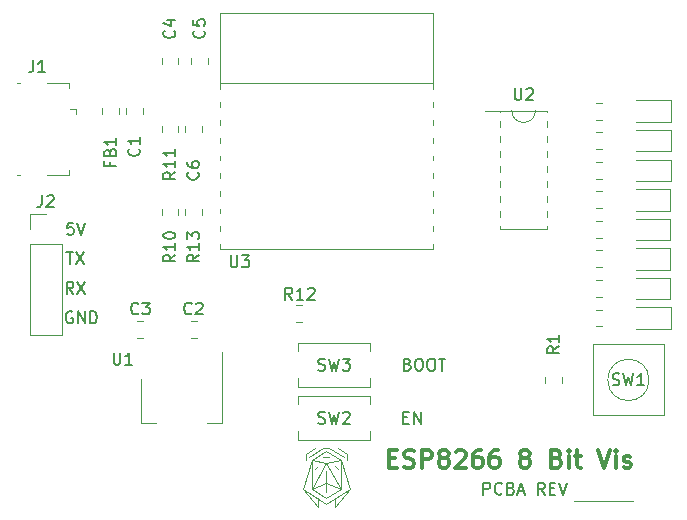
<source format=gbr>
G04 #@! TF.GenerationSoftware,KiCad,Pcbnew,(5.1.6)-1*
G04 #@! TF.CreationDate,2020-09-26T17:35:35+02:00*
G04 #@! TF.ProjectId,PacketVis,5061636b-6574-4566-9973-2e6b69636164,A01*
G04 #@! TF.SameCoordinates,Original*
G04 #@! TF.FileFunction,Legend,Top*
G04 #@! TF.FilePolarity,Positive*
%FSLAX46Y46*%
G04 Gerber Fmt 4.6, Leading zero omitted, Abs format (unit mm)*
G04 Created by KiCad (PCBNEW (5.1.6)-1) date 2020-09-26 17:35:35*
%MOMM*%
%LPD*%
G01*
G04 APERTURE LIST*
%ADD10C,0.120000*%
%ADD11C,0.150000*%
%ADD12C,0.300000*%
%ADD13C,0.200000*%
%ADD14C,0.250000*%
%ADD15C,2.000000*%
%ADD16O,1.802000X1.802000*%
%ADD17R,1.802000X1.802000*%
%ADD18R,4.102000X4.102000*%
%ADD19R,1.602000X1.002000*%
%ADD20R,1.652000X0.702000*%
%ADD21R,2.502000X2.202000*%
%ADD22R,1.652000X1.402000*%
%ADD23R,1.602000X2.102000*%
%ADD24R,3.902000X2.102000*%
%ADD25R,2.002000X1.302000*%
%ADD26O,2.002000X1.302000*%
%ADD27R,2.002000X1.602000*%
%ADD28C,1.552000*%
%ADD29R,1.452000X0.502000*%
G04 APERTURE END LIST*
D10*
X207680000Y-117500000D02*
X207680000Y-116750000D01*
X206430000Y-116000000D02*
X207680000Y-117500000D01*
X209180000Y-117500000D02*
X210430000Y-116000000D01*
X209180000Y-116750000D02*
X209180000Y-117500000D01*
X206680000Y-113000000D02*
X207430000Y-112500000D01*
X209430000Y-112500000D02*
X210180000Y-113000000D01*
X210180000Y-113500000D02*
X210180000Y-113000000D01*
X206680000Y-113500000D02*
X206680000Y-113000000D01*
X208680000Y-112500000D02*
X209930000Y-113250000D01*
X208180000Y-112500000D02*
X208680000Y-112500000D01*
X206930000Y-113250000D02*
X208180000Y-112500000D01*
X208180000Y-113250000D02*
X208680000Y-113250000D01*
X207680000Y-114000000D02*
X207430000Y-114250000D01*
X209180000Y-114000000D02*
X209430000Y-114250000D01*
X206430000Y-116000000D02*
X207180000Y-113500000D01*
X208430000Y-117250000D02*
X206430000Y-116000000D01*
X210430000Y-116000000D02*
X208430000Y-117250000D01*
X209680000Y-113500000D02*
X210430000Y-116000000D01*
X208430000Y-114500000D02*
X208430000Y-114750000D01*
X208430000Y-116250000D02*
X208430000Y-114500000D01*
X208430000Y-115500000D02*
X208430000Y-116250000D01*
X208430000Y-113750000D02*
X207180000Y-116000000D01*
X208430000Y-113750000D02*
X209680000Y-116000000D01*
X208430000Y-115500000D02*
X209680000Y-116000000D01*
X207180000Y-116000000D02*
X208430000Y-115500000D01*
X208430000Y-113750000D02*
X209680000Y-113500000D01*
X207180000Y-113500000D02*
X208430000Y-113750000D01*
X208430000Y-116750000D02*
X207180000Y-116000000D01*
X209680000Y-116000000D02*
X208430000Y-116750000D01*
X209680000Y-113500000D02*
X209680000Y-116000000D01*
X208430000Y-112750000D02*
X209680000Y-113500000D01*
X207180000Y-113500000D02*
X208430000Y-112750000D01*
X207180000Y-116000000D02*
X207180000Y-113500000D01*
X229430000Y-117000000D02*
X234430000Y-117000000D01*
D11*
X221727619Y-116452380D02*
X221727619Y-115452380D01*
X222108571Y-115452380D01*
X222203809Y-115500000D01*
X222251428Y-115547619D01*
X222299047Y-115642857D01*
X222299047Y-115785714D01*
X222251428Y-115880952D01*
X222203809Y-115928571D01*
X222108571Y-115976190D01*
X221727619Y-115976190D01*
X223299047Y-116357142D02*
X223251428Y-116404761D01*
X223108571Y-116452380D01*
X223013333Y-116452380D01*
X222870476Y-116404761D01*
X222775238Y-116309523D01*
X222727619Y-116214285D01*
X222680000Y-116023809D01*
X222680000Y-115880952D01*
X222727619Y-115690476D01*
X222775238Y-115595238D01*
X222870476Y-115500000D01*
X223013333Y-115452380D01*
X223108571Y-115452380D01*
X223251428Y-115500000D01*
X223299047Y-115547619D01*
X224060952Y-115928571D02*
X224203809Y-115976190D01*
X224251428Y-116023809D01*
X224299047Y-116119047D01*
X224299047Y-116261904D01*
X224251428Y-116357142D01*
X224203809Y-116404761D01*
X224108571Y-116452380D01*
X223727619Y-116452380D01*
X223727619Y-115452380D01*
X224060952Y-115452380D01*
X224156190Y-115500000D01*
X224203809Y-115547619D01*
X224251428Y-115642857D01*
X224251428Y-115738095D01*
X224203809Y-115833333D01*
X224156190Y-115880952D01*
X224060952Y-115928571D01*
X223727619Y-115928571D01*
X224680000Y-116166666D02*
X225156190Y-116166666D01*
X224584761Y-116452380D02*
X224918095Y-115452380D01*
X225251428Y-116452380D01*
X226918095Y-116452380D02*
X226584761Y-115976190D01*
X226346666Y-116452380D02*
X226346666Y-115452380D01*
X226727619Y-115452380D01*
X226822857Y-115500000D01*
X226870476Y-115547619D01*
X226918095Y-115642857D01*
X226918095Y-115785714D01*
X226870476Y-115880952D01*
X226822857Y-115928571D01*
X226727619Y-115976190D01*
X226346666Y-115976190D01*
X227346666Y-115928571D02*
X227680000Y-115928571D01*
X227822857Y-116452380D02*
X227346666Y-116452380D01*
X227346666Y-115452380D01*
X227822857Y-115452380D01*
X228108571Y-115452380D02*
X228441904Y-116452380D01*
X228775238Y-115452380D01*
D12*
X213732142Y-113392857D02*
X214232142Y-113392857D01*
X214446428Y-114178571D02*
X213732142Y-114178571D01*
X213732142Y-112678571D01*
X214446428Y-112678571D01*
X215017857Y-114107142D02*
X215232142Y-114178571D01*
X215589285Y-114178571D01*
X215732142Y-114107142D01*
X215803571Y-114035714D01*
X215875000Y-113892857D01*
X215875000Y-113750000D01*
X215803571Y-113607142D01*
X215732142Y-113535714D01*
X215589285Y-113464285D01*
X215303571Y-113392857D01*
X215160714Y-113321428D01*
X215089285Y-113250000D01*
X215017857Y-113107142D01*
X215017857Y-112964285D01*
X215089285Y-112821428D01*
X215160714Y-112750000D01*
X215303571Y-112678571D01*
X215660714Y-112678571D01*
X215875000Y-112750000D01*
X216517857Y-114178571D02*
X216517857Y-112678571D01*
X217089285Y-112678571D01*
X217232142Y-112750000D01*
X217303571Y-112821428D01*
X217375000Y-112964285D01*
X217375000Y-113178571D01*
X217303571Y-113321428D01*
X217232142Y-113392857D01*
X217089285Y-113464285D01*
X216517857Y-113464285D01*
X218232142Y-113321428D02*
X218089285Y-113250000D01*
X218017857Y-113178571D01*
X217946428Y-113035714D01*
X217946428Y-112964285D01*
X218017857Y-112821428D01*
X218089285Y-112750000D01*
X218232142Y-112678571D01*
X218517857Y-112678571D01*
X218660714Y-112750000D01*
X218732142Y-112821428D01*
X218803571Y-112964285D01*
X218803571Y-113035714D01*
X218732142Y-113178571D01*
X218660714Y-113250000D01*
X218517857Y-113321428D01*
X218232142Y-113321428D01*
X218089285Y-113392857D01*
X218017857Y-113464285D01*
X217946428Y-113607142D01*
X217946428Y-113892857D01*
X218017857Y-114035714D01*
X218089285Y-114107142D01*
X218232142Y-114178571D01*
X218517857Y-114178571D01*
X218660714Y-114107142D01*
X218732142Y-114035714D01*
X218803571Y-113892857D01*
X218803571Y-113607142D01*
X218732142Y-113464285D01*
X218660714Y-113392857D01*
X218517857Y-113321428D01*
X219375000Y-112821428D02*
X219446428Y-112750000D01*
X219589285Y-112678571D01*
X219946428Y-112678571D01*
X220089285Y-112750000D01*
X220160714Y-112821428D01*
X220232142Y-112964285D01*
X220232142Y-113107142D01*
X220160714Y-113321428D01*
X219303571Y-114178571D01*
X220232142Y-114178571D01*
X221517857Y-112678571D02*
X221232142Y-112678571D01*
X221089285Y-112750000D01*
X221017857Y-112821428D01*
X220875000Y-113035714D01*
X220803571Y-113321428D01*
X220803571Y-113892857D01*
X220875000Y-114035714D01*
X220946428Y-114107142D01*
X221089285Y-114178571D01*
X221375000Y-114178571D01*
X221517857Y-114107142D01*
X221589285Y-114035714D01*
X221660714Y-113892857D01*
X221660714Y-113535714D01*
X221589285Y-113392857D01*
X221517857Y-113321428D01*
X221375000Y-113250000D01*
X221089285Y-113250000D01*
X220946428Y-113321428D01*
X220875000Y-113392857D01*
X220803571Y-113535714D01*
X222946428Y-112678571D02*
X222660714Y-112678571D01*
X222517857Y-112750000D01*
X222446428Y-112821428D01*
X222303571Y-113035714D01*
X222232142Y-113321428D01*
X222232142Y-113892857D01*
X222303571Y-114035714D01*
X222375000Y-114107142D01*
X222517857Y-114178571D01*
X222803571Y-114178571D01*
X222946428Y-114107142D01*
X223017857Y-114035714D01*
X223089285Y-113892857D01*
X223089285Y-113535714D01*
X223017857Y-113392857D01*
X222946428Y-113321428D01*
X222803571Y-113250000D01*
X222517857Y-113250000D01*
X222375000Y-113321428D01*
X222303571Y-113392857D01*
X222232142Y-113535714D01*
X225089285Y-113321428D02*
X224946428Y-113250000D01*
X224875000Y-113178571D01*
X224803571Y-113035714D01*
X224803571Y-112964285D01*
X224875000Y-112821428D01*
X224946428Y-112750000D01*
X225089285Y-112678571D01*
X225375000Y-112678571D01*
X225517857Y-112750000D01*
X225589285Y-112821428D01*
X225660714Y-112964285D01*
X225660714Y-113035714D01*
X225589285Y-113178571D01*
X225517857Y-113250000D01*
X225375000Y-113321428D01*
X225089285Y-113321428D01*
X224946428Y-113392857D01*
X224875000Y-113464285D01*
X224803571Y-113607142D01*
X224803571Y-113892857D01*
X224875000Y-114035714D01*
X224946428Y-114107142D01*
X225089285Y-114178571D01*
X225375000Y-114178571D01*
X225517857Y-114107142D01*
X225589285Y-114035714D01*
X225660714Y-113892857D01*
X225660714Y-113607142D01*
X225589285Y-113464285D01*
X225517857Y-113392857D01*
X225375000Y-113321428D01*
X227946428Y-113392857D02*
X228160714Y-113464285D01*
X228232142Y-113535714D01*
X228303571Y-113678571D01*
X228303571Y-113892857D01*
X228232142Y-114035714D01*
X228160714Y-114107142D01*
X228017857Y-114178571D01*
X227446428Y-114178571D01*
X227446428Y-112678571D01*
X227946428Y-112678571D01*
X228089285Y-112750000D01*
X228160714Y-112821428D01*
X228232142Y-112964285D01*
X228232142Y-113107142D01*
X228160714Y-113250000D01*
X228089285Y-113321428D01*
X227946428Y-113392857D01*
X227446428Y-113392857D01*
X228946428Y-114178571D02*
X228946428Y-113178571D01*
X228946428Y-112678571D02*
X228875000Y-112750000D01*
X228946428Y-112821428D01*
X229017857Y-112750000D01*
X228946428Y-112678571D01*
X228946428Y-112821428D01*
X229446428Y-113178571D02*
X230017857Y-113178571D01*
X229660714Y-112678571D02*
X229660714Y-113964285D01*
X229732142Y-114107142D01*
X229875000Y-114178571D01*
X230017857Y-114178571D01*
X231446428Y-112678571D02*
X231946428Y-114178571D01*
X232446428Y-112678571D01*
X232946428Y-114178571D02*
X232946428Y-113178571D01*
X232946428Y-112678571D02*
X232875000Y-112750000D01*
X232946428Y-112821428D01*
X233017857Y-112750000D01*
X232946428Y-112678571D01*
X232946428Y-112821428D01*
X233589285Y-114107142D02*
X233732142Y-114178571D01*
X234017857Y-114178571D01*
X234160714Y-114107142D01*
X234232142Y-113964285D01*
X234232142Y-113892857D01*
X234160714Y-113750000D01*
X234017857Y-113678571D01*
X233803571Y-113678571D01*
X233660714Y-113607142D01*
X233589285Y-113464285D01*
X233589285Y-113392857D01*
X233660714Y-113250000D01*
X233803571Y-113178571D01*
X234017857Y-113178571D01*
X234160714Y-113250000D01*
D11*
X186989523Y-93452380D02*
X186513333Y-93452380D01*
X186465714Y-93928571D01*
X186513333Y-93880952D01*
X186608571Y-93833333D01*
X186846666Y-93833333D01*
X186941904Y-93880952D01*
X186989523Y-93928571D01*
X187037142Y-94023809D01*
X187037142Y-94261904D01*
X186989523Y-94357142D01*
X186941904Y-94404761D01*
X186846666Y-94452380D01*
X186608571Y-94452380D01*
X186513333Y-94404761D01*
X186465714Y-94357142D01*
X187322857Y-93452380D02*
X187656190Y-94452380D01*
X187989523Y-93452380D01*
X186918095Y-101000000D02*
X186822857Y-100952380D01*
X186680000Y-100952380D01*
X186537142Y-101000000D01*
X186441904Y-101095238D01*
X186394285Y-101190476D01*
X186346666Y-101380952D01*
X186346666Y-101523809D01*
X186394285Y-101714285D01*
X186441904Y-101809523D01*
X186537142Y-101904761D01*
X186680000Y-101952380D01*
X186775238Y-101952380D01*
X186918095Y-101904761D01*
X186965714Y-101857142D01*
X186965714Y-101523809D01*
X186775238Y-101523809D01*
X187394285Y-101952380D02*
X187394285Y-100952380D01*
X187965714Y-101952380D01*
X187965714Y-100952380D01*
X188441904Y-101952380D02*
X188441904Y-100952380D01*
X188680000Y-100952380D01*
X188822857Y-101000000D01*
X188918095Y-101095238D01*
X188965714Y-101190476D01*
X189013333Y-101380952D01*
X189013333Y-101523809D01*
X188965714Y-101714285D01*
X188918095Y-101809523D01*
X188822857Y-101904761D01*
X188680000Y-101952380D01*
X188441904Y-101952380D01*
X187013333Y-99452380D02*
X186680000Y-98976190D01*
X186441904Y-99452380D02*
X186441904Y-98452380D01*
X186822857Y-98452380D01*
X186918095Y-98500000D01*
X186965714Y-98547619D01*
X187013333Y-98642857D01*
X187013333Y-98785714D01*
X186965714Y-98880952D01*
X186918095Y-98928571D01*
X186822857Y-98976190D01*
X186441904Y-98976190D01*
X187346666Y-98452380D02*
X188013333Y-99452380D01*
X188013333Y-98452380D02*
X187346666Y-99452380D01*
X186418095Y-95952380D02*
X186989523Y-95952380D01*
X186703809Y-96952380D02*
X186703809Y-95952380D01*
X187227619Y-95952380D02*
X187894285Y-96952380D01*
X187894285Y-95952380D02*
X187227619Y-96952380D01*
D13*
X214941904Y-109928571D02*
X215275238Y-109928571D01*
X215418095Y-110452380D02*
X214941904Y-110452380D01*
X214941904Y-109452380D01*
X215418095Y-109452380D01*
X215846666Y-110452380D02*
X215846666Y-109452380D01*
X216418095Y-110452380D01*
X216418095Y-109452380D01*
X215322857Y-105428571D02*
X215465714Y-105476190D01*
X215513333Y-105523809D01*
X215560952Y-105619047D01*
X215560952Y-105761904D01*
X215513333Y-105857142D01*
X215465714Y-105904761D01*
X215370476Y-105952380D01*
X214989523Y-105952380D01*
X214989523Y-104952380D01*
X215322857Y-104952380D01*
X215418095Y-105000000D01*
X215465714Y-105047619D01*
X215513333Y-105142857D01*
X215513333Y-105238095D01*
X215465714Y-105333333D01*
X215418095Y-105380952D01*
X215322857Y-105428571D01*
X214989523Y-105428571D01*
X216180000Y-104952380D02*
X216370476Y-104952380D01*
X216465714Y-105000000D01*
X216560952Y-105095238D01*
X216608571Y-105285714D01*
X216608571Y-105619047D01*
X216560952Y-105809523D01*
X216465714Y-105904761D01*
X216370476Y-105952380D01*
X216180000Y-105952380D01*
X216084761Y-105904761D01*
X215989523Y-105809523D01*
X215941904Y-105619047D01*
X215941904Y-105285714D01*
X215989523Y-105095238D01*
X216084761Y-105000000D01*
X216180000Y-104952380D01*
X217227619Y-104952380D02*
X217418095Y-104952380D01*
X217513333Y-105000000D01*
X217608571Y-105095238D01*
X217656190Y-105285714D01*
X217656190Y-105619047D01*
X217608571Y-105809523D01*
X217513333Y-105904761D01*
X217418095Y-105952380D01*
X217227619Y-105952380D01*
X217132380Y-105904761D01*
X217037142Y-105809523D01*
X216989523Y-105619047D01*
X216989523Y-105285714D01*
X217037142Y-105095238D01*
X217132380Y-105000000D01*
X217227619Y-104952380D01*
X217941904Y-104952380D02*
X218513333Y-104952380D01*
X218227619Y-105952380D02*
X218227619Y-104952380D01*
D10*
X183350000Y-102950000D02*
X186010000Y-102950000D01*
X183350000Y-95270000D02*
X183350000Y-102950000D01*
X186010000Y-95270000D02*
X186010000Y-102950000D01*
X183350000Y-95270000D02*
X186010000Y-95270000D01*
X183350000Y-94000000D02*
X183350000Y-92670000D01*
X183350000Y-92670000D02*
X184680000Y-92670000D01*
X199430000Y-75650000D02*
X199430000Y-95650000D01*
X199430000Y-95650000D02*
X217430000Y-95650000D01*
X217430000Y-95650000D02*
X217430000Y-75650000D01*
X217430000Y-75650000D02*
X199430000Y-75650000D01*
X199430000Y-81650000D02*
X217430000Y-81650000D01*
X227130000Y-93945000D02*
X223130000Y-93945000D01*
X227130000Y-83945000D02*
X227130000Y-93945000D01*
X223130000Y-83945000D02*
X227130000Y-83945000D01*
X223130000Y-93945000D02*
X223130000Y-83945000D01*
X223130000Y-83945000D02*
X221880000Y-83945000D01*
X226130000Y-83945000D02*
G75*
G02*
X224130000Y-83945000I-1000000J0D01*
G01*
X209080000Y-103650000D02*
X212130000Y-103650000D01*
X212130000Y-107350000D02*
X206030000Y-107350000D01*
X212130000Y-103650000D02*
X212130000Y-107350000D01*
X206030000Y-103650000D02*
X212130000Y-103650000D01*
X206030000Y-107350000D02*
X206030000Y-103650000D01*
X209080000Y-108150000D02*
X212130000Y-108150000D01*
X212130000Y-111850000D02*
X206030000Y-111850000D01*
X212130000Y-108150000D02*
X212130000Y-111850000D01*
X206030000Y-108150000D02*
X212130000Y-108150000D01*
X206030000Y-111850000D02*
X206030000Y-108150000D01*
X237000000Y-109750000D02*
X231000000Y-109750000D01*
X235750000Y-106750000D02*
G75*
G03*
X235750000Y-106750000I-1750000J0D01*
G01*
X231000000Y-109750000D02*
X231000000Y-103750000D01*
X237000000Y-103750000D02*
X237000000Y-109750000D01*
X231000000Y-103750000D02*
X237000000Y-103750000D01*
X190890000Y-83741422D02*
X190890000Y-84258578D01*
X189470000Y-83741422D02*
X189470000Y-84258578D01*
X192770000Y-110410000D02*
X194030000Y-110410000D01*
X199590000Y-110410000D02*
X198330000Y-110410000D01*
X192770000Y-106650000D02*
X192770000Y-110410000D01*
X199590000Y-104400000D02*
X199590000Y-110410000D01*
X194470000Y-92758578D02*
X194470000Y-92241422D01*
X195890000Y-92758578D02*
X195890000Y-92241422D01*
X226970000Y-107008578D02*
X226970000Y-106491422D01*
X228390000Y-107008578D02*
X228390000Y-106491422D01*
X194470000Y-85758578D02*
X194470000Y-85241422D01*
X195890000Y-85758578D02*
X195890000Y-85241422D01*
X197890000Y-92241422D02*
X197890000Y-92758578D01*
X196470000Y-92241422D02*
X196470000Y-92758578D01*
X206388578Y-101840000D02*
X205871422Y-101840000D01*
X206388578Y-100420000D02*
X205871422Y-100420000D01*
X186642500Y-81600000D02*
X186642500Y-82050000D01*
X184792500Y-81600000D02*
X186642500Y-81600000D01*
X182242500Y-89400000D02*
X182492500Y-89400000D01*
X182242500Y-81600000D02*
X182492500Y-81600000D01*
X184792500Y-89400000D02*
X186642500Y-89400000D01*
X186642500Y-89400000D02*
X186642500Y-88950000D01*
X187192500Y-83800000D02*
X187192500Y-84250000D01*
X187192500Y-83800000D02*
X186742500Y-83800000D01*
X196983922Y-101790000D02*
X197501078Y-101790000D01*
X196983922Y-103210000D02*
X197501078Y-103210000D01*
X197890000Y-85241422D02*
X197890000Y-85758578D01*
X196470000Y-85241422D02*
X196470000Y-85758578D01*
X192938578Y-103210000D02*
X192421422Y-103210000D01*
X192938578Y-101790000D02*
X192421422Y-101790000D01*
X192890000Y-83741422D02*
X192890000Y-84258578D01*
X191470000Y-83741422D02*
X191470000Y-84258578D01*
X196970000Y-80008578D02*
X196970000Y-79491422D01*
X198390000Y-80008578D02*
X198390000Y-79491422D01*
X194470000Y-80008578D02*
X194470000Y-79491422D01*
X195890000Y-80008578D02*
X195890000Y-79491422D01*
X231251422Y-100790000D02*
X231768578Y-100790000D01*
X231251422Y-102210000D02*
X231768578Y-102210000D01*
X231251422Y-98290000D02*
X231768578Y-98290000D01*
X231251422Y-99710000D02*
X231768578Y-99710000D01*
X231251422Y-95790000D02*
X231768578Y-95790000D01*
X231251422Y-97210000D02*
X231768578Y-97210000D01*
X231251422Y-93290000D02*
X231768578Y-93290000D01*
X231251422Y-94710000D02*
X231768578Y-94710000D01*
X231251422Y-90790000D02*
X231768578Y-90790000D01*
X231251422Y-92210000D02*
X231768578Y-92210000D01*
X231251422Y-88290000D02*
X231768578Y-88290000D01*
X231251422Y-89710000D02*
X231768578Y-89710000D01*
X231251422Y-85790000D02*
X231768578Y-85790000D01*
X231251422Y-87210000D02*
X231768578Y-87210000D01*
X231251422Y-83290000D02*
X231768578Y-83290000D01*
X231251422Y-84710000D02*
X231768578Y-84710000D01*
X234680000Y-84910000D02*
X237565000Y-84910000D01*
X237565000Y-84910000D02*
X237565000Y-83090000D01*
X237565000Y-83090000D02*
X234680000Y-83090000D01*
X234680000Y-102410000D02*
X237565000Y-102410000D01*
X237565000Y-102410000D02*
X237565000Y-100590000D01*
X237565000Y-100590000D02*
X234680000Y-100590000D01*
X234642500Y-99910000D02*
X237527500Y-99910000D01*
X237527500Y-99910000D02*
X237527500Y-98090000D01*
X237527500Y-98090000D02*
X234642500Y-98090000D01*
X234642500Y-97410000D02*
X237527500Y-97410000D01*
X237527500Y-97410000D02*
X237527500Y-95590000D01*
X237527500Y-95590000D02*
X234642500Y-95590000D01*
X234642500Y-94910000D02*
X237527500Y-94910000D01*
X237527500Y-94910000D02*
X237527500Y-93090000D01*
X237527500Y-93090000D02*
X234642500Y-93090000D01*
X234642500Y-92410000D02*
X237527500Y-92410000D01*
X237527500Y-92410000D02*
X237527500Y-90590000D01*
X237527500Y-90590000D02*
X234642500Y-90590000D01*
X234680000Y-89910000D02*
X237565000Y-89910000D01*
X237565000Y-89910000D02*
X237565000Y-88090000D01*
X237565000Y-88090000D02*
X234680000Y-88090000D01*
X234680000Y-87410000D02*
X237565000Y-87410000D01*
X237565000Y-87410000D02*
X237565000Y-85590000D01*
X237565000Y-85590000D02*
X234680000Y-85590000D01*
D11*
X184346666Y-91122380D02*
X184346666Y-91836666D01*
X184299047Y-91979523D01*
X184203809Y-92074761D01*
X184060952Y-92122380D01*
X183965714Y-92122380D01*
X184775238Y-91217619D02*
X184822857Y-91170000D01*
X184918095Y-91122380D01*
X185156190Y-91122380D01*
X185251428Y-91170000D01*
X185299047Y-91217619D01*
X185346666Y-91312857D01*
X185346666Y-91408095D01*
X185299047Y-91550952D01*
X184727619Y-92122380D01*
X185346666Y-92122380D01*
X200318095Y-96202380D02*
X200318095Y-97011904D01*
X200365714Y-97107142D01*
X200413333Y-97154761D01*
X200508571Y-97202380D01*
X200699047Y-97202380D01*
X200794285Y-97154761D01*
X200841904Y-97107142D01*
X200889523Y-97011904D01*
X200889523Y-96202380D01*
X201270476Y-96202380D02*
X201889523Y-96202380D01*
X201556190Y-96583333D01*
X201699047Y-96583333D01*
X201794285Y-96630952D01*
X201841904Y-96678571D01*
X201889523Y-96773809D01*
X201889523Y-97011904D01*
X201841904Y-97107142D01*
X201794285Y-97154761D01*
X201699047Y-97202380D01*
X201413333Y-97202380D01*
X201318095Y-97154761D01*
X201270476Y-97107142D01*
X224368095Y-82047380D02*
X224368095Y-82856904D01*
X224415714Y-82952142D01*
X224463333Y-82999761D01*
X224558571Y-83047380D01*
X224749047Y-83047380D01*
X224844285Y-82999761D01*
X224891904Y-82952142D01*
X224939523Y-82856904D01*
X224939523Y-82047380D01*
X225368095Y-82142619D02*
X225415714Y-82095000D01*
X225510952Y-82047380D01*
X225749047Y-82047380D01*
X225844285Y-82095000D01*
X225891904Y-82142619D01*
X225939523Y-82237857D01*
X225939523Y-82333095D01*
X225891904Y-82475952D01*
X225320476Y-83047380D01*
X225939523Y-83047380D01*
X207746666Y-105904761D02*
X207889523Y-105952380D01*
X208127619Y-105952380D01*
X208222857Y-105904761D01*
X208270476Y-105857142D01*
X208318095Y-105761904D01*
X208318095Y-105666666D01*
X208270476Y-105571428D01*
X208222857Y-105523809D01*
X208127619Y-105476190D01*
X207937142Y-105428571D01*
X207841904Y-105380952D01*
X207794285Y-105333333D01*
X207746666Y-105238095D01*
X207746666Y-105142857D01*
X207794285Y-105047619D01*
X207841904Y-105000000D01*
X207937142Y-104952380D01*
X208175238Y-104952380D01*
X208318095Y-105000000D01*
X208651428Y-104952380D02*
X208889523Y-105952380D01*
X209080000Y-105238095D01*
X209270476Y-105952380D01*
X209508571Y-104952380D01*
X209794285Y-104952380D02*
X210413333Y-104952380D01*
X210080000Y-105333333D01*
X210222857Y-105333333D01*
X210318095Y-105380952D01*
X210365714Y-105428571D01*
X210413333Y-105523809D01*
X210413333Y-105761904D01*
X210365714Y-105857142D01*
X210318095Y-105904761D01*
X210222857Y-105952380D01*
X209937142Y-105952380D01*
X209841904Y-105904761D01*
X209794285Y-105857142D01*
X207746666Y-110404761D02*
X207889523Y-110452380D01*
X208127619Y-110452380D01*
X208222857Y-110404761D01*
X208270476Y-110357142D01*
X208318095Y-110261904D01*
X208318095Y-110166666D01*
X208270476Y-110071428D01*
X208222857Y-110023809D01*
X208127619Y-109976190D01*
X207937142Y-109928571D01*
X207841904Y-109880952D01*
X207794285Y-109833333D01*
X207746666Y-109738095D01*
X207746666Y-109642857D01*
X207794285Y-109547619D01*
X207841904Y-109500000D01*
X207937142Y-109452380D01*
X208175238Y-109452380D01*
X208318095Y-109500000D01*
X208651428Y-109452380D02*
X208889523Y-110452380D01*
X209080000Y-109738095D01*
X209270476Y-110452380D01*
X209508571Y-109452380D01*
X209841904Y-109547619D02*
X209889523Y-109500000D01*
X209984761Y-109452380D01*
X210222857Y-109452380D01*
X210318095Y-109500000D01*
X210365714Y-109547619D01*
X210413333Y-109642857D01*
X210413333Y-109738095D01*
X210365714Y-109880952D01*
X209794285Y-110452380D01*
X210413333Y-110452380D01*
X232666666Y-107154761D02*
X232809523Y-107202380D01*
X233047619Y-107202380D01*
X233142857Y-107154761D01*
X233190476Y-107107142D01*
X233238095Y-107011904D01*
X233238095Y-106916666D01*
X233190476Y-106821428D01*
X233142857Y-106773809D01*
X233047619Y-106726190D01*
X232857142Y-106678571D01*
X232761904Y-106630952D01*
X232714285Y-106583333D01*
X232666666Y-106488095D01*
X232666666Y-106392857D01*
X232714285Y-106297619D01*
X232761904Y-106250000D01*
X232857142Y-106202380D01*
X233095238Y-106202380D01*
X233238095Y-106250000D01*
X233571428Y-106202380D02*
X233809523Y-107202380D01*
X234000000Y-106488095D01*
X234190476Y-107202380D01*
X234428571Y-106202380D01*
X235333333Y-107202380D02*
X234761904Y-107202380D01*
X235047619Y-107202380D02*
X235047619Y-106202380D01*
X234952380Y-106345238D01*
X234857142Y-106440476D01*
X234761904Y-106488095D01*
X190108571Y-88333333D02*
X190108571Y-88666666D01*
X190632380Y-88666666D02*
X189632380Y-88666666D01*
X189632380Y-88190476D01*
X190108571Y-87476190D02*
X190156190Y-87333333D01*
X190203809Y-87285714D01*
X190299047Y-87238095D01*
X190441904Y-87238095D01*
X190537142Y-87285714D01*
X190584761Y-87333333D01*
X190632380Y-87428571D01*
X190632380Y-87809523D01*
X189632380Y-87809523D01*
X189632380Y-87476190D01*
X189680000Y-87380952D01*
X189727619Y-87333333D01*
X189822857Y-87285714D01*
X189918095Y-87285714D01*
X190013333Y-87333333D01*
X190060952Y-87380952D01*
X190108571Y-87476190D01*
X190108571Y-87809523D01*
X190632380Y-86285714D02*
X190632380Y-86857142D01*
X190632380Y-86571428D02*
X189632380Y-86571428D01*
X189775238Y-86666666D01*
X189870476Y-86761904D01*
X189918095Y-86857142D01*
X190418095Y-104452380D02*
X190418095Y-105261904D01*
X190465714Y-105357142D01*
X190513333Y-105404761D01*
X190608571Y-105452380D01*
X190799047Y-105452380D01*
X190894285Y-105404761D01*
X190941904Y-105357142D01*
X190989523Y-105261904D01*
X190989523Y-104452380D01*
X191989523Y-105452380D02*
X191418095Y-105452380D01*
X191703809Y-105452380D02*
X191703809Y-104452380D01*
X191608571Y-104595238D01*
X191513333Y-104690476D01*
X191418095Y-104738095D01*
X195632380Y-96142857D02*
X195156190Y-96476190D01*
X195632380Y-96714285D02*
X194632380Y-96714285D01*
X194632380Y-96333333D01*
X194680000Y-96238095D01*
X194727619Y-96190476D01*
X194822857Y-96142857D01*
X194965714Y-96142857D01*
X195060952Y-96190476D01*
X195108571Y-96238095D01*
X195156190Y-96333333D01*
X195156190Y-96714285D01*
X195632380Y-95190476D02*
X195632380Y-95761904D01*
X195632380Y-95476190D02*
X194632380Y-95476190D01*
X194775238Y-95571428D01*
X194870476Y-95666666D01*
X194918095Y-95761904D01*
X194632380Y-94571428D02*
X194632380Y-94476190D01*
X194680000Y-94380952D01*
X194727619Y-94333333D01*
X194822857Y-94285714D01*
X195013333Y-94238095D01*
X195251428Y-94238095D01*
X195441904Y-94285714D01*
X195537142Y-94333333D01*
X195584761Y-94380952D01*
X195632380Y-94476190D01*
X195632380Y-94571428D01*
X195584761Y-94666666D01*
X195537142Y-94714285D01*
X195441904Y-94761904D01*
X195251428Y-94809523D01*
X195013333Y-94809523D01*
X194822857Y-94761904D01*
X194727619Y-94714285D01*
X194680000Y-94666666D01*
X194632380Y-94571428D01*
X228132380Y-103916666D02*
X227656190Y-104250000D01*
X228132380Y-104488095D02*
X227132380Y-104488095D01*
X227132380Y-104107142D01*
X227180000Y-104011904D01*
X227227619Y-103964285D01*
X227322857Y-103916666D01*
X227465714Y-103916666D01*
X227560952Y-103964285D01*
X227608571Y-104011904D01*
X227656190Y-104107142D01*
X227656190Y-104488095D01*
X228132380Y-102964285D02*
X228132380Y-103535714D01*
X228132380Y-103250000D02*
X227132380Y-103250000D01*
X227275238Y-103345238D01*
X227370476Y-103440476D01*
X227418095Y-103535714D01*
X195632380Y-89142857D02*
X195156190Y-89476190D01*
X195632380Y-89714285D02*
X194632380Y-89714285D01*
X194632380Y-89333333D01*
X194680000Y-89238095D01*
X194727619Y-89190476D01*
X194822857Y-89142857D01*
X194965714Y-89142857D01*
X195060952Y-89190476D01*
X195108571Y-89238095D01*
X195156190Y-89333333D01*
X195156190Y-89714285D01*
X195632380Y-88190476D02*
X195632380Y-88761904D01*
X195632380Y-88476190D02*
X194632380Y-88476190D01*
X194775238Y-88571428D01*
X194870476Y-88666666D01*
X194918095Y-88761904D01*
X195632380Y-87238095D02*
X195632380Y-87809523D01*
X195632380Y-87523809D02*
X194632380Y-87523809D01*
X194775238Y-87619047D01*
X194870476Y-87714285D01*
X194918095Y-87809523D01*
X197632380Y-96142857D02*
X197156190Y-96476190D01*
X197632380Y-96714285D02*
X196632380Y-96714285D01*
X196632380Y-96333333D01*
X196680000Y-96238095D01*
X196727619Y-96190476D01*
X196822857Y-96142857D01*
X196965714Y-96142857D01*
X197060952Y-96190476D01*
X197108571Y-96238095D01*
X197156190Y-96333333D01*
X197156190Y-96714285D01*
X197632380Y-95190476D02*
X197632380Y-95761904D01*
X197632380Y-95476190D02*
X196632380Y-95476190D01*
X196775238Y-95571428D01*
X196870476Y-95666666D01*
X196918095Y-95761904D01*
X196632380Y-94857142D02*
X196632380Y-94238095D01*
X197013333Y-94571428D01*
X197013333Y-94428571D01*
X197060952Y-94333333D01*
X197108571Y-94285714D01*
X197203809Y-94238095D01*
X197441904Y-94238095D01*
X197537142Y-94285714D01*
X197584761Y-94333333D01*
X197632380Y-94428571D01*
X197632380Y-94714285D01*
X197584761Y-94809523D01*
X197537142Y-94857142D01*
X205537142Y-99952380D02*
X205203809Y-99476190D01*
X204965714Y-99952380D02*
X204965714Y-98952380D01*
X205346666Y-98952380D01*
X205441904Y-99000000D01*
X205489523Y-99047619D01*
X205537142Y-99142857D01*
X205537142Y-99285714D01*
X205489523Y-99380952D01*
X205441904Y-99428571D01*
X205346666Y-99476190D01*
X204965714Y-99476190D01*
X206489523Y-99952380D02*
X205918095Y-99952380D01*
X206203809Y-99952380D02*
X206203809Y-98952380D01*
X206108571Y-99095238D01*
X206013333Y-99190476D01*
X205918095Y-99238095D01*
X206870476Y-99047619D02*
X206918095Y-99000000D01*
X207013333Y-98952380D01*
X207251428Y-98952380D01*
X207346666Y-99000000D01*
X207394285Y-99047619D01*
X207441904Y-99142857D01*
X207441904Y-99238095D01*
X207394285Y-99380952D01*
X206822857Y-99952380D01*
X207441904Y-99952380D01*
X183596666Y-79702380D02*
X183596666Y-80416666D01*
X183549047Y-80559523D01*
X183453809Y-80654761D01*
X183310952Y-80702380D01*
X183215714Y-80702380D01*
X184596666Y-80702380D02*
X184025238Y-80702380D01*
X184310952Y-80702380D02*
X184310952Y-79702380D01*
X184215714Y-79845238D01*
X184120476Y-79940476D01*
X184025238Y-79988095D01*
X197013333Y-101107142D02*
X196965714Y-101154761D01*
X196822857Y-101202380D01*
X196727619Y-101202380D01*
X196584761Y-101154761D01*
X196489523Y-101059523D01*
X196441904Y-100964285D01*
X196394285Y-100773809D01*
X196394285Y-100630952D01*
X196441904Y-100440476D01*
X196489523Y-100345238D01*
X196584761Y-100250000D01*
X196727619Y-100202380D01*
X196822857Y-100202380D01*
X196965714Y-100250000D01*
X197013333Y-100297619D01*
X197394285Y-100297619D02*
X197441904Y-100250000D01*
X197537142Y-100202380D01*
X197775238Y-100202380D01*
X197870476Y-100250000D01*
X197918095Y-100297619D01*
X197965714Y-100392857D01*
X197965714Y-100488095D01*
X197918095Y-100630952D01*
X197346666Y-101202380D01*
X197965714Y-101202380D01*
X197537142Y-89166666D02*
X197584761Y-89214285D01*
X197632380Y-89357142D01*
X197632380Y-89452380D01*
X197584761Y-89595238D01*
X197489523Y-89690476D01*
X197394285Y-89738095D01*
X197203809Y-89785714D01*
X197060952Y-89785714D01*
X196870476Y-89738095D01*
X196775238Y-89690476D01*
X196680000Y-89595238D01*
X196632380Y-89452380D01*
X196632380Y-89357142D01*
X196680000Y-89214285D01*
X196727619Y-89166666D01*
X196632380Y-88309523D02*
X196632380Y-88500000D01*
X196680000Y-88595238D01*
X196727619Y-88642857D01*
X196870476Y-88738095D01*
X197060952Y-88785714D01*
X197441904Y-88785714D01*
X197537142Y-88738095D01*
X197584761Y-88690476D01*
X197632380Y-88595238D01*
X197632380Y-88404761D01*
X197584761Y-88309523D01*
X197537142Y-88261904D01*
X197441904Y-88214285D01*
X197203809Y-88214285D01*
X197108571Y-88261904D01*
X197060952Y-88309523D01*
X197013333Y-88404761D01*
X197013333Y-88595238D01*
X197060952Y-88690476D01*
X197108571Y-88738095D01*
X197203809Y-88785714D01*
X192513333Y-101107142D02*
X192465714Y-101154761D01*
X192322857Y-101202380D01*
X192227619Y-101202380D01*
X192084761Y-101154761D01*
X191989523Y-101059523D01*
X191941904Y-100964285D01*
X191894285Y-100773809D01*
X191894285Y-100630952D01*
X191941904Y-100440476D01*
X191989523Y-100345238D01*
X192084761Y-100250000D01*
X192227619Y-100202380D01*
X192322857Y-100202380D01*
X192465714Y-100250000D01*
X192513333Y-100297619D01*
X192846666Y-100202380D02*
X193465714Y-100202380D01*
X193132380Y-100583333D01*
X193275238Y-100583333D01*
X193370476Y-100630952D01*
X193418095Y-100678571D01*
X193465714Y-100773809D01*
X193465714Y-101011904D01*
X193418095Y-101107142D01*
X193370476Y-101154761D01*
X193275238Y-101202380D01*
X192989523Y-101202380D01*
X192894285Y-101154761D01*
X192846666Y-101107142D01*
X192537142Y-87166666D02*
X192584761Y-87214285D01*
X192632380Y-87357142D01*
X192632380Y-87452380D01*
X192584761Y-87595238D01*
X192489523Y-87690476D01*
X192394285Y-87738095D01*
X192203809Y-87785714D01*
X192060952Y-87785714D01*
X191870476Y-87738095D01*
X191775238Y-87690476D01*
X191680000Y-87595238D01*
X191632380Y-87452380D01*
X191632380Y-87357142D01*
X191680000Y-87214285D01*
X191727619Y-87166666D01*
X192632380Y-86214285D02*
X192632380Y-86785714D01*
X192632380Y-86500000D02*
X191632380Y-86500000D01*
X191775238Y-86595238D01*
X191870476Y-86690476D01*
X191918095Y-86785714D01*
X198037142Y-77166666D02*
X198084761Y-77214285D01*
X198132380Y-77357142D01*
X198132380Y-77452380D01*
X198084761Y-77595238D01*
X197989523Y-77690476D01*
X197894285Y-77738095D01*
X197703809Y-77785714D01*
X197560952Y-77785714D01*
X197370476Y-77738095D01*
X197275238Y-77690476D01*
X197180000Y-77595238D01*
X197132380Y-77452380D01*
X197132380Y-77357142D01*
X197180000Y-77214285D01*
X197227619Y-77166666D01*
X197132380Y-76261904D02*
X197132380Y-76738095D01*
X197608571Y-76785714D01*
X197560952Y-76738095D01*
X197513333Y-76642857D01*
X197513333Y-76404761D01*
X197560952Y-76309523D01*
X197608571Y-76261904D01*
X197703809Y-76214285D01*
X197941904Y-76214285D01*
X198037142Y-76261904D01*
X198084761Y-76309523D01*
X198132380Y-76404761D01*
X198132380Y-76642857D01*
X198084761Y-76738095D01*
X198037142Y-76785714D01*
X195537142Y-77166666D02*
X195584761Y-77214285D01*
X195632380Y-77357142D01*
X195632380Y-77452380D01*
X195584761Y-77595238D01*
X195489523Y-77690476D01*
X195394285Y-77738095D01*
X195203809Y-77785714D01*
X195060952Y-77785714D01*
X194870476Y-77738095D01*
X194775238Y-77690476D01*
X194680000Y-77595238D01*
X194632380Y-77452380D01*
X194632380Y-77357142D01*
X194680000Y-77214285D01*
X194727619Y-77166666D01*
X194965714Y-76309523D02*
X195632380Y-76309523D01*
X194584761Y-76547619D02*
X195299047Y-76785714D01*
X195299047Y-76166666D01*
%LPC*%
D14*
X230441904Y-116208333D02*
X231037142Y-116208333D01*
X230322857Y-116565476D02*
X230739523Y-115315476D01*
X231156190Y-116565476D01*
X231810952Y-115315476D02*
X231930000Y-115315476D01*
X232049047Y-115375000D01*
X232108571Y-115434523D01*
X232168095Y-115553571D01*
X232227619Y-115791666D01*
X232227619Y-116089285D01*
X232168095Y-116327380D01*
X232108571Y-116446428D01*
X232049047Y-116505952D01*
X231930000Y-116565476D01*
X231810952Y-116565476D01*
X231691904Y-116505952D01*
X231632380Y-116446428D01*
X231572857Y-116327380D01*
X231513333Y-116089285D01*
X231513333Y-115791666D01*
X231572857Y-115553571D01*
X231632380Y-115434523D01*
X231691904Y-115375000D01*
X231810952Y-115315476D01*
X232644285Y-115315476D02*
X233418095Y-115315476D01*
X233001428Y-115791666D01*
X233180000Y-115791666D01*
X233299047Y-115851190D01*
X233358571Y-115910714D01*
X233418095Y-116029761D01*
X233418095Y-116327380D01*
X233358571Y-116446428D01*
X233299047Y-116505952D01*
X233180000Y-116565476D01*
X232822857Y-116565476D01*
X232703809Y-116505952D01*
X232644285Y-116446428D01*
D15*
X188180000Y-79000000D02*
G75*
G03*
X188180000Y-79000000I-1000000J0D01*
G01*
X236680000Y-79000000D02*
G75*
G03*
X236680000Y-79000000I-1000000J0D01*
G01*
D16*
X184680000Y-101620000D03*
X184680000Y-99080000D03*
X184680000Y-96540000D03*
D17*
X184680000Y-94000000D03*
D18*
X209530000Y-91260000D03*
D19*
X217180000Y-82750000D03*
X217180000Y-84250000D03*
X217180000Y-85750000D03*
X217180000Y-87250000D03*
X217180000Y-88750000D03*
X217180000Y-90250000D03*
X217180000Y-91750000D03*
X217180000Y-93250000D03*
X217180000Y-94750000D03*
X199680000Y-94750000D03*
X199680000Y-93250000D03*
X199680000Y-91750000D03*
X199680000Y-90250000D03*
X199680000Y-88750000D03*
X199680000Y-87250000D03*
X199680000Y-85750000D03*
X199680000Y-84250000D03*
X199680000Y-82750000D03*
D20*
X227830000Y-84500000D03*
X227830000Y-85770000D03*
X227830000Y-87040000D03*
X227830000Y-88310000D03*
X227830000Y-89580000D03*
X227830000Y-90850000D03*
X227830000Y-92120000D03*
X227830000Y-93390000D03*
X222430000Y-93390000D03*
X222430000Y-92120000D03*
X222430000Y-90850000D03*
X222430000Y-89580000D03*
X222430000Y-88310000D03*
X222430000Y-87040000D03*
X222430000Y-85770000D03*
X222430000Y-84500000D03*
D21*
X205180000Y-105500000D03*
X212980000Y-105500000D03*
X205180000Y-110000000D03*
X212980000Y-110000000D03*
D22*
X237975000Y-104500000D03*
X237975000Y-109000000D03*
X230025000Y-109000000D03*
X230025000Y-104500000D03*
G36*
G01*
X189698250Y-84399000D02*
X190661750Y-84399000D01*
G75*
G02*
X190931000Y-84668250I0J-269250D01*
G01*
X190931000Y-85206750D01*
G75*
G02*
X190661750Y-85476000I-269250J0D01*
G01*
X189698250Y-85476000D01*
G75*
G02*
X189429000Y-85206750I0J269250D01*
G01*
X189429000Y-84668250D01*
G75*
G02*
X189698250Y-84399000I269250J0D01*
G01*
G37*
G36*
G01*
X189698250Y-82524000D02*
X190661750Y-82524000D01*
G75*
G02*
X190931000Y-82793250I0J-269250D01*
G01*
X190931000Y-83331750D01*
G75*
G02*
X190661750Y-83601000I-269250J0D01*
G01*
X189698250Y-83601000D01*
G75*
G02*
X189429000Y-83331750I0J269250D01*
G01*
X189429000Y-82793250D01*
G75*
G02*
X189698250Y-82524000I269250J0D01*
G01*
G37*
D23*
X198480000Y-105350000D03*
X193880000Y-105350000D03*
X196180000Y-105350000D03*
D24*
X196180000Y-111650000D03*
G36*
G01*
X195661750Y-92101000D02*
X194698250Y-92101000D01*
G75*
G02*
X194429000Y-91831750I0J269250D01*
G01*
X194429000Y-91293250D01*
G75*
G02*
X194698250Y-91024000I269250J0D01*
G01*
X195661750Y-91024000D01*
G75*
G02*
X195931000Y-91293250I0J-269250D01*
G01*
X195931000Y-91831750D01*
G75*
G02*
X195661750Y-92101000I-269250J0D01*
G01*
G37*
G36*
G01*
X195661750Y-93976000D02*
X194698250Y-93976000D01*
G75*
G02*
X194429000Y-93706750I0J269250D01*
G01*
X194429000Y-93168250D01*
G75*
G02*
X194698250Y-92899000I269250J0D01*
G01*
X195661750Y-92899000D01*
G75*
G02*
X195931000Y-93168250I0J-269250D01*
G01*
X195931000Y-93706750D01*
G75*
G02*
X195661750Y-93976000I-269250J0D01*
G01*
G37*
G36*
G01*
X228161750Y-106351000D02*
X227198250Y-106351000D01*
G75*
G02*
X226929000Y-106081750I0J269250D01*
G01*
X226929000Y-105543250D01*
G75*
G02*
X227198250Y-105274000I269250J0D01*
G01*
X228161750Y-105274000D01*
G75*
G02*
X228431000Y-105543250I0J-269250D01*
G01*
X228431000Y-106081750D01*
G75*
G02*
X228161750Y-106351000I-269250J0D01*
G01*
G37*
G36*
G01*
X228161750Y-108226000D02*
X227198250Y-108226000D01*
G75*
G02*
X226929000Y-107956750I0J269250D01*
G01*
X226929000Y-107418250D01*
G75*
G02*
X227198250Y-107149000I269250J0D01*
G01*
X228161750Y-107149000D01*
G75*
G02*
X228431000Y-107418250I0J-269250D01*
G01*
X228431000Y-107956750D01*
G75*
G02*
X228161750Y-108226000I-269250J0D01*
G01*
G37*
G36*
G01*
X195661750Y-85101000D02*
X194698250Y-85101000D01*
G75*
G02*
X194429000Y-84831750I0J269250D01*
G01*
X194429000Y-84293250D01*
G75*
G02*
X194698250Y-84024000I269250J0D01*
G01*
X195661750Y-84024000D01*
G75*
G02*
X195931000Y-84293250I0J-269250D01*
G01*
X195931000Y-84831750D01*
G75*
G02*
X195661750Y-85101000I-269250J0D01*
G01*
G37*
G36*
G01*
X195661750Y-86976000D02*
X194698250Y-86976000D01*
G75*
G02*
X194429000Y-86706750I0J269250D01*
G01*
X194429000Y-86168250D01*
G75*
G02*
X194698250Y-85899000I269250J0D01*
G01*
X195661750Y-85899000D01*
G75*
G02*
X195931000Y-86168250I0J-269250D01*
G01*
X195931000Y-86706750D01*
G75*
G02*
X195661750Y-86976000I-269250J0D01*
G01*
G37*
G36*
G01*
X196698250Y-92899000D02*
X197661750Y-92899000D01*
G75*
G02*
X197931000Y-93168250I0J-269250D01*
G01*
X197931000Y-93706750D01*
G75*
G02*
X197661750Y-93976000I-269250J0D01*
G01*
X196698250Y-93976000D01*
G75*
G02*
X196429000Y-93706750I0J269250D01*
G01*
X196429000Y-93168250D01*
G75*
G02*
X196698250Y-92899000I269250J0D01*
G01*
G37*
G36*
G01*
X196698250Y-91024000D02*
X197661750Y-91024000D01*
G75*
G02*
X197931000Y-91293250I0J-269250D01*
G01*
X197931000Y-91831750D01*
G75*
G02*
X197661750Y-92101000I-269250J0D01*
G01*
X196698250Y-92101000D01*
G75*
G02*
X196429000Y-91831750I0J269250D01*
G01*
X196429000Y-91293250D01*
G75*
G02*
X196698250Y-91024000I269250J0D01*
G01*
G37*
G36*
G01*
X205731000Y-100648250D02*
X205731000Y-101611750D01*
G75*
G02*
X205461750Y-101881000I-269250J0D01*
G01*
X204923250Y-101881000D01*
G75*
G02*
X204654000Y-101611750I0J269250D01*
G01*
X204654000Y-100648250D01*
G75*
G02*
X204923250Y-100379000I269250J0D01*
G01*
X205461750Y-100379000D01*
G75*
G02*
X205731000Y-100648250I0J-269250D01*
G01*
G37*
G36*
G01*
X207606000Y-100648250D02*
X207606000Y-101611750D01*
G75*
G02*
X207336750Y-101881000I-269250J0D01*
G01*
X206798250Y-101881000D01*
G75*
G02*
X206529000Y-101611750I0J269250D01*
G01*
X206529000Y-100648250D01*
G75*
G02*
X206798250Y-100379000I269250J0D01*
G01*
X207336750Y-100379000D01*
G75*
G02*
X207606000Y-100648250I0J-269250D01*
G01*
G37*
D25*
X183642500Y-82600000D03*
X183642500Y-88400000D03*
D26*
X183642500Y-89000000D03*
X183642500Y-82000000D03*
D27*
X183642500Y-84500000D03*
D28*
X186342500Y-88000000D03*
D29*
X186342500Y-85500000D03*
X186342500Y-86150000D03*
X186342500Y-86800000D03*
X186342500Y-84200000D03*
X186342500Y-84850000D03*
D28*
X186342500Y-83000000D03*
D27*
X183642500Y-86500000D03*
G36*
G01*
X197641500Y-102981750D02*
X197641500Y-102018250D01*
G75*
G02*
X197910750Y-101749000I269250J0D01*
G01*
X198449250Y-101749000D01*
G75*
G02*
X198718500Y-102018250I0J-269250D01*
G01*
X198718500Y-102981750D01*
G75*
G02*
X198449250Y-103251000I-269250J0D01*
G01*
X197910750Y-103251000D01*
G75*
G02*
X197641500Y-102981750I0J269250D01*
G01*
G37*
G36*
G01*
X195766500Y-102981750D02*
X195766500Y-102018250D01*
G75*
G02*
X196035750Y-101749000I269250J0D01*
G01*
X196574250Y-101749000D01*
G75*
G02*
X196843500Y-102018250I0J-269250D01*
G01*
X196843500Y-102981750D01*
G75*
G02*
X196574250Y-103251000I-269250J0D01*
G01*
X196035750Y-103251000D01*
G75*
G02*
X195766500Y-102981750I0J269250D01*
G01*
G37*
G36*
G01*
X196698250Y-85899000D02*
X197661750Y-85899000D01*
G75*
G02*
X197931000Y-86168250I0J-269250D01*
G01*
X197931000Y-86706750D01*
G75*
G02*
X197661750Y-86976000I-269250J0D01*
G01*
X196698250Y-86976000D01*
G75*
G02*
X196429000Y-86706750I0J269250D01*
G01*
X196429000Y-86168250D01*
G75*
G02*
X196698250Y-85899000I269250J0D01*
G01*
G37*
G36*
G01*
X196698250Y-84024000D02*
X197661750Y-84024000D01*
G75*
G02*
X197931000Y-84293250I0J-269250D01*
G01*
X197931000Y-84831750D01*
G75*
G02*
X197661750Y-85101000I-269250J0D01*
G01*
X196698250Y-85101000D01*
G75*
G02*
X196429000Y-84831750I0J269250D01*
G01*
X196429000Y-84293250D01*
G75*
G02*
X196698250Y-84024000I269250J0D01*
G01*
G37*
G36*
G01*
X192281000Y-102018250D02*
X192281000Y-102981750D01*
G75*
G02*
X192011750Y-103251000I-269250J0D01*
G01*
X191473250Y-103251000D01*
G75*
G02*
X191204000Y-102981750I0J269250D01*
G01*
X191204000Y-102018250D01*
G75*
G02*
X191473250Y-101749000I269250J0D01*
G01*
X192011750Y-101749000D01*
G75*
G02*
X192281000Y-102018250I0J-269250D01*
G01*
G37*
G36*
G01*
X194156000Y-102018250D02*
X194156000Y-102981750D01*
G75*
G02*
X193886750Y-103251000I-269250J0D01*
G01*
X193348250Y-103251000D01*
G75*
G02*
X193079000Y-102981750I0J269250D01*
G01*
X193079000Y-102018250D01*
G75*
G02*
X193348250Y-101749000I269250J0D01*
G01*
X193886750Y-101749000D01*
G75*
G02*
X194156000Y-102018250I0J-269250D01*
G01*
G37*
G36*
G01*
X191698250Y-84399000D02*
X192661750Y-84399000D01*
G75*
G02*
X192931000Y-84668250I0J-269250D01*
G01*
X192931000Y-85206750D01*
G75*
G02*
X192661750Y-85476000I-269250J0D01*
G01*
X191698250Y-85476000D01*
G75*
G02*
X191429000Y-85206750I0J269250D01*
G01*
X191429000Y-84668250D01*
G75*
G02*
X191698250Y-84399000I269250J0D01*
G01*
G37*
G36*
G01*
X191698250Y-82524000D02*
X192661750Y-82524000D01*
G75*
G02*
X192931000Y-82793250I0J-269250D01*
G01*
X192931000Y-83331750D01*
G75*
G02*
X192661750Y-83601000I-269250J0D01*
G01*
X191698250Y-83601000D01*
G75*
G02*
X191429000Y-83331750I0J269250D01*
G01*
X191429000Y-82793250D01*
G75*
G02*
X191698250Y-82524000I269250J0D01*
G01*
G37*
G36*
G01*
X198161750Y-79351000D02*
X197198250Y-79351000D01*
G75*
G02*
X196929000Y-79081750I0J269250D01*
G01*
X196929000Y-78543250D01*
G75*
G02*
X197198250Y-78274000I269250J0D01*
G01*
X198161750Y-78274000D01*
G75*
G02*
X198431000Y-78543250I0J-269250D01*
G01*
X198431000Y-79081750D01*
G75*
G02*
X198161750Y-79351000I-269250J0D01*
G01*
G37*
G36*
G01*
X198161750Y-81226000D02*
X197198250Y-81226000D01*
G75*
G02*
X196929000Y-80956750I0J269250D01*
G01*
X196929000Y-80418250D01*
G75*
G02*
X197198250Y-80149000I269250J0D01*
G01*
X198161750Y-80149000D01*
G75*
G02*
X198431000Y-80418250I0J-269250D01*
G01*
X198431000Y-80956750D01*
G75*
G02*
X198161750Y-81226000I-269250J0D01*
G01*
G37*
G36*
G01*
X195661750Y-79351000D02*
X194698250Y-79351000D01*
G75*
G02*
X194429000Y-79081750I0J269250D01*
G01*
X194429000Y-78543250D01*
G75*
G02*
X194698250Y-78274000I269250J0D01*
G01*
X195661750Y-78274000D01*
G75*
G02*
X195931000Y-78543250I0J-269250D01*
G01*
X195931000Y-79081750D01*
G75*
G02*
X195661750Y-79351000I-269250J0D01*
G01*
G37*
G36*
G01*
X195661750Y-81226000D02*
X194698250Y-81226000D01*
G75*
G02*
X194429000Y-80956750I0J269250D01*
G01*
X194429000Y-80418250D01*
G75*
G02*
X194698250Y-80149000I269250J0D01*
G01*
X195661750Y-80149000D01*
G75*
G02*
X195931000Y-80418250I0J-269250D01*
G01*
X195931000Y-80956750D01*
G75*
G02*
X195661750Y-81226000I-269250J0D01*
G01*
G37*
G36*
G01*
X231909000Y-101981750D02*
X231909000Y-101018250D01*
G75*
G02*
X232178250Y-100749000I269250J0D01*
G01*
X232716750Y-100749000D01*
G75*
G02*
X232986000Y-101018250I0J-269250D01*
G01*
X232986000Y-101981750D01*
G75*
G02*
X232716750Y-102251000I-269250J0D01*
G01*
X232178250Y-102251000D01*
G75*
G02*
X231909000Y-101981750I0J269250D01*
G01*
G37*
G36*
G01*
X230034000Y-101981750D02*
X230034000Y-101018250D01*
G75*
G02*
X230303250Y-100749000I269250J0D01*
G01*
X230841750Y-100749000D01*
G75*
G02*
X231111000Y-101018250I0J-269250D01*
G01*
X231111000Y-101981750D01*
G75*
G02*
X230841750Y-102251000I-269250J0D01*
G01*
X230303250Y-102251000D01*
G75*
G02*
X230034000Y-101981750I0J269250D01*
G01*
G37*
G36*
G01*
X231909000Y-99481750D02*
X231909000Y-98518250D01*
G75*
G02*
X232178250Y-98249000I269250J0D01*
G01*
X232716750Y-98249000D01*
G75*
G02*
X232986000Y-98518250I0J-269250D01*
G01*
X232986000Y-99481750D01*
G75*
G02*
X232716750Y-99751000I-269250J0D01*
G01*
X232178250Y-99751000D01*
G75*
G02*
X231909000Y-99481750I0J269250D01*
G01*
G37*
G36*
G01*
X230034000Y-99481750D02*
X230034000Y-98518250D01*
G75*
G02*
X230303250Y-98249000I269250J0D01*
G01*
X230841750Y-98249000D01*
G75*
G02*
X231111000Y-98518250I0J-269250D01*
G01*
X231111000Y-99481750D01*
G75*
G02*
X230841750Y-99751000I-269250J0D01*
G01*
X230303250Y-99751000D01*
G75*
G02*
X230034000Y-99481750I0J269250D01*
G01*
G37*
G36*
G01*
X231909000Y-96981750D02*
X231909000Y-96018250D01*
G75*
G02*
X232178250Y-95749000I269250J0D01*
G01*
X232716750Y-95749000D01*
G75*
G02*
X232986000Y-96018250I0J-269250D01*
G01*
X232986000Y-96981750D01*
G75*
G02*
X232716750Y-97251000I-269250J0D01*
G01*
X232178250Y-97251000D01*
G75*
G02*
X231909000Y-96981750I0J269250D01*
G01*
G37*
G36*
G01*
X230034000Y-96981750D02*
X230034000Y-96018250D01*
G75*
G02*
X230303250Y-95749000I269250J0D01*
G01*
X230841750Y-95749000D01*
G75*
G02*
X231111000Y-96018250I0J-269250D01*
G01*
X231111000Y-96981750D01*
G75*
G02*
X230841750Y-97251000I-269250J0D01*
G01*
X230303250Y-97251000D01*
G75*
G02*
X230034000Y-96981750I0J269250D01*
G01*
G37*
G36*
G01*
X231909000Y-94481750D02*
X231909000Y-93518250D01*
G75*
G02*
X232178250Y-93249000I269250J0D01*
G01*
X232716750Y-93249000D01*
G75*
G02*
X232986000Y-93518250I0J-269250D01*
G01*
X232986000Y-94481750D01*
G75*
G02*
X232716750Y-94751000I-269250J0D01*
G01*
X232178250Y-94751000D01*
G75*
G02*
X231909000Y-94481750I0J269250D01*
G01*
G37*
G36*
G01*
X230034000Y-94481750D02*
X230034000Y-93518250D01*
G75*
G02*
X230303250Y-93249000I269250J0D01*
G01*
X230841750Y-93249000D01*
G75*
G02*
X231111000Y-93518250I0J-269250D01*
G01*
X231111000Y-94481750D01*
G75*
G02*
X230841750Y-94751000I-269250J0D01*
G01*
X230303250Y-94751000D01*
G75*
G02*
X230034000Y-94481750I0J269250D01*
G01*
G37*
G36*
G01*
X231909000Y-91981750D02*
X231909000Y-91018250D01*
G75*
G02*
X232178250Y-90749000I269250J0D01*
G01*
X232716750Y-90749000D01*
G75*
G02*
X232986000Y-91018250I0J-269250D01*
G01*
X232986000Y-91981750D01*
G75*
G02*
X232716750Y-92251000I-269250J0D01*
G01*
X232178250Y-92251000D01*
G75*
G02*
X231909000Y-91981750I0J269250D01*
G01*
G37*
G36*
G01*
X230034000Y-91981750D02*
X230034000Y-91018250D01*
G75*
G02*
X230303250Y-90749000I269250J0D01*
G01*
X230841750Y-90749000D01*
G75*
G02*
X231111000Y-91018250I0J-269250D01*
G01*
X231111000Y-91981750D01*
G75*
G02*
X230841750Y-92251000I-269250J0D01*
G01*
X230303250Y-92251000D01*
G75*
G02*
X230034000Y-91981750I0J269250D01*
G01*
G37*
G36*
G01*
X231909000Y-89481750D02*
X231909000Y-88518250D01*
G75*
G02*
X232178250Y-88249000I269250J0D01*
G01*
X232716750Y-88249000D01*
G75*
G02*
X232986000Y-88518250I0J-269250D01*
G01*
X232986000Y-89481750D01*
G75*
G02*
X232716750Y-89751000I-269250J0D01*
G01*
X232178250Y-89751000D01*
G75*
G02*
X231909000Y-89481750I0J269250D01*
G01*
G37*
G36*
G01*
X230034000Y-89481750D02*
X230034000Y-88518250D01*
G75*
G02*
X230303250Y-88249000I269250J0D01*
G01*
X230841750Y-88249000D01*
G75*
G02*
X231111000Y-88518250I0J-269250D01*
G01*
X231111000Y-89481750D01*
G75*
G02*
X230841750Y-89751000I-269250J0D01*
G01*
X230303250Y-89751000D01*
G75*
G02*
X230034000Y-89481750I0J269250D01*
G01*
G37*
G36*
G01*
X231909000Y-86981750D02*
X231909000Y-86018250D01*
G75*
G02*
X232178250Y-85749000I269250J0D01*
G01*
X232716750Y-85749000D01*
G75*
G02*
X232986000Y-86018250I0J-269250D01*
G01*
X232986000Y-86981750D01*
G75*
G02*
X232716750Y-87251000I-269250J0D01*
G01*
X232178250Y-87251000D01*
G75*
G02*
X231909000Y-86981750I0J269250D01*
G01*
G37*
G36*
G01*
X230034000Y-86981750D02*
X230034000Y-86018250D01*
G75*
G02*
X230303250Y-85749000I269250J0D01*
G01*
X230841750Y-85749000D01*
G75*
G02*
X231111000Y-86018250I0J-269250D01*
G01*
X231111000Y-86981750D01*
G75*
G02*
X230841750Y-87251000I-269250J0D01*
G01*
X230303250Y-87251000D01*
G75*
G02*
X230034000Y-86981750I0J269250D01*
G01*
G37*
G36*
G01*
X231909000Y-84481750D02*
X231909000Y-83518250D01*
G75*
G02*
X232178250Y-83249000I269250J0D01*
G01*
X232716750Y-83249000D01*
G75*
G02*
X232986000Y-83518250I0J-269250D01*
G01*
X232986000Y-84481750D01*
G75*
G02*
X232716750Y-84751000I-269250J0D01*
G01*
X232178250Y-84751000D01*
G75*
G02*
X231909000Y-84481750I0J269250D01*
G01*
G37*
G36*
G01*
X230034000Y-84481750D02*
X230034000Y-83518250D01*
G75*
G02*
X230303250Y-83249000I269250J0D01*
G01*
X230841750Y-83249000D01*
G75*
G02*
X231111000Y-83518250I0J-269250D01*
G01*
X231111000Y-84481750D01*
G75*
G02*
X230841750Y-84751000I-269250J0D01*
G01*
X230303250Y-84751000D01*
G75*
G02*
X230034000Y-84481750I0J269250D01*
G01*
G37*
G36*
G01*
X235431000Y-83568615D02*
X235431000Y-84431385D01*
G75*
G02*
X235161385Y-84701000I-269615J0D01*
G01*
X234273615Y-84701000D01*
G75*
G02*
X234004000Y-84431385I0J269615D01*
G01*
X234004000Y-83568615D01*
G75*
G02*
X234273615Y-83299000I269615J0D01*
G01*
X235161385Y-83299000D01*
G75*
G02*
X235431000Y-83568615I0J-269615D01*
G01*
G37*
G36*
G01*
X237356000Y-83568615D02*
X237356000Y-84431385D01*
G75*
G02*
X237086385Y-84701000I-269615J0D01*
G01*
X236198615Y-84701000D01*
G75*
G02*
X235929000Y-84431385I0J269615D01*
G01*
X235929000Y-83568615D01*
G75*
G02*
X236198615Y-83299000I269615J0D01*
G01*
X237086385Y-83299000D01*
G75*
G02*
X237356000Y-83568615I0J-269615D01*
G01*
G37*
G36*
G01*
X235431000Y-101068615D02*
X235431000Y-101931385D01*
G75*
G02*
X235161385Y-102201000I-269615J0D01*
G01*
X234273615Y-102201000D01*
G75*
G02*
X234004000Y-101931385I0J269615D01*
G01*
X234004000Y-101068615D01*
G75*
G02*
X234273615Y-100799000I269615J0D01*
G01*
X235161385Y-100799000D01*
G75*
G02*
X235431000Y-101068615I0J-269615D01*
G01*
G37*
G36*
G01*
X237356000Y-101068615D02*
X237356000Y-101931385D01*
G75*
G02*
X237086385Y-102201000I-269615J0D01*
G01*
X236198615Y-102201000D01*
G75*
G02*
X235929000Y-101931385I0J269615D01*
G01*
X235929000Y-101068615D01*
G75*
G02*
X236198615Y-100799000I269615J0D01*
G01*
X237086385Y-100799000D01*
G75*
G02*
X237356000Y-101068615I0J-269615D01*
G01*
G37*
G36*
G01*
X235393500Y-98568615D02*
X235393500Y-99431385D01*
G75*
G02*
X235123885Y-99701000I-269615J0D01*
G01*
X234236115Y-99701000D01*
G75*
G02*
X233966500Y-99431385I0J269615D01*
G01*
X233966500Y-98568615D01*
G75*
G02*
X234236115Y-98299000I269615J0D01*
G01*
X235123885Y-98299000D01*
G75*
G02*
X235393500Y-98568615I0J-269615D01*
G01*
G37*
G36*
G01*
X237318500Y-98568615D02*
X237318500Y-99431385D01*
G75*
G02*
X237048885Y-99701000I-269615J0D01*
G01*
X236161115Y-99701000D01*
G75*
G02*
X235891500Y-99431385I0J269615D01*
G01*
X235891500Y-98568615D01*
G75*
G02*
X236161115Y-98299000I269615J0D01*
G01*
X237048885Y-98299000D01*
G75*
G02*
X237318500Y-98568615I0J-269615D01*
G01*
G37*
G36*
G01*
X235393500Y-96068615D02*
X235393500Y-96931385D01*
G75*
G02*
X235123885Y-97201000I-269615J0D01*
G01*
X234236115Y-97201000D01*
G75*
G02*
X233966500Y-96931385I0J269615D01*
G01*
X233966500Y-96068615D01*
G75*
G02*
X234236115Y-95799000I269615J0D01*
G01*
X235123885Y-95799000D01*
G75*
G02*
X235393500Y-96068615I0J-269615D01*
G01*
G37*
G36*
G01*
X237318500Y-96068615D02*
X237318500Y-96931385D01*
G75*
G02*
X237048885Y-97201000I-269615J0D01*
G01*
X236161115Y-97201000D01*
G75*
G02*
X235891500Y-96931385I0J269615D01*
G01*
X235891500Y-96068615D01*
G75*
G02*
X236161115Y-95799000I269615J0D01*
G01*
X237048885Y-95799000D01*
G75*
G02*
X237318500Y-96068615I0J-269615D01*
G01*
G37*
G36*
G01*
X235393500Y-93568615D02*
X235393500Y-94431385D01*
G75*
G02*
X235123885Y-94701000I-269615J0D01*
G01*
X234236115Y-94701000D01*
G75*
G02*
X233966500Y-94431385I0J269615D01*
G01*
X233966500Y-93568615D01*
G75*
G02*
X234236115Y-93299000I269615J0D01*
G01*
X235123885Y-93299000D01*
G75*
G02*
X235393500Y-93568615I0J-269615D01*
G01*
G37*
G36*
G01*
X237318500Y-93568615D02*
X237318500Y-94431385D01*
G75*
G02*
X237048885Y-94701000I-269615J0D01*
G01*
X236161115Y-94701000D01*
G75*
G02*
X235891500Y-94431385I0J269615D01*
G01*
X235891500Y-93568615D01*
G75*
G02*
X236161115Y-93299000I269615J0D01*
G01*
X237048885Y-93299000D01*
G75*
G02*
X237318500Y-93568615I0J-269615D01*
G01*
G37*
G36*
G01*
X235393500Y-91068615D02*
X235393500Y-91931385D01*
G75*
G02*
X235123885Y-92201000I-269615J0D01*
G01*
X234236115Y-92201000D01*
G75*
G02*
X233966500Y-91931385I0J269615D01*
G01*
X233966500Y-91068615D01*
G75*
G02*
X234236115Y-90799000I269615J0D01*
G01*
X235123885Y-90799000D01*
G75*
G02*
X235393500Y-91068615I0J-269615D01*
G01*
G37*
G36*
G01*
X237318500Y-91068615D02*
X237318500Y-91931385D01*
G75*
G02*
X237048885Y-92201000I-269615J0D01*
G01*
X236161115Y-92201000D01*
G75*
G02*
X235891500Y-91931385I0J269615D01*
G01*
X235891500Y-91068615D01*
G75*
G02*
X236161115Y-90799000I269615J0D01*
G01*
X237048885Y-90799000D01*
G75*
G02*
X237318500Y-91068615I0J-269615D01*
G01*
G37*
G36*
G01*
X235431000Y-88568615D02*
X235431000Y-89431385D01*
G75*
G02*
X235161385Y-89701000I-269615J0D01*
G01*
X234273615Y-89701000D01*
G75*
G02*
X234004000Y-89431385I0J269615D01*
G01*
X234004000Y-88568615D01*
G75*
G02*
X234273615Y-88299000I269615J0D01*
G01*
X235161385Y-88299000D01*
G75*
G02*
X235431000Y-88568615I0J-269615D01*
G01*
G37*
G36*
G01*
X237356000Y-88568615D02*
X237356000Y-89431385D01*
G75*
G02*
X237086385Y-89701000I-269615J0D01*
G01*
X236198615Y-89701000D01*
G75*
G02*
X235929000Y-89431385I0J269615D01*
G01*
X235929000Y-88568615D01*
G75*
G02*
X236198615Y-88299000I269615J0D01*
G01*
X237086385Y-88299000D01*
G75*
G02*
X237356000Y-88568615I0J-269615D01*
G01*
G37*
G36*
G01*
X235431000Y-86068615D02*
X235431000Y-86931385D01*
G75*
G02*
X235161385Y-87201000I-269615J0D01*
G01*
X234273615Y-87201000D01*
G75*
G02*
X234004000Y-86931385I0J269615D01*
G01*
X234004000Y-86068615D01*
G75*
G02*
X234273615Y-85799000I269615J0D01*
G01*
X235161385Y-85799000D01*
G75*
G02*
X235431000Y-86068615I0J-269615D01*
G01*
G37*
G36*
G01*
X237356000Y-86068615D02*
X237356000Y-86931385D01*
G75*
G02*
X237086385Y-87201000I-269615J0D01*
G01*
X236198615Y-87201000D01*
G75*
G02*
X235929000Y-86931385I0J269615D01*
G01*
X235929000Y-86068615D01*
G75*
G02*
X236198615Y-85799000I269615J0D01*
G01*
X237086385Y-85799000D01*
G75*
G02*
X237356000Y-86068615I0J-269615D01*
G01*
G37*
M02*

</source>
